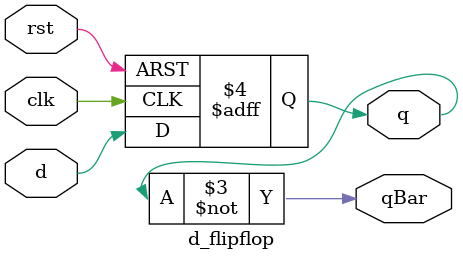
<source format=v>
/*
Author: Lab-provided code
Title: D flip-flop
Summary: Behavioral model of a d flip-flop
*/

module d_flipflop(q, qBar, d, clk, rst);
   input d, clk, rst; // DFF input, clock, reset
   output q, qBar; // DFF output, DFF negated output
   reg q;

   not n1 (qBar, q); // negate q

   // flip-flop storage logic
   always@ (negedge rst or posedge clk)
   begin
      if(!rst)
         q = 0;
      else
         q = d;
   end
endmodule 
</source>
